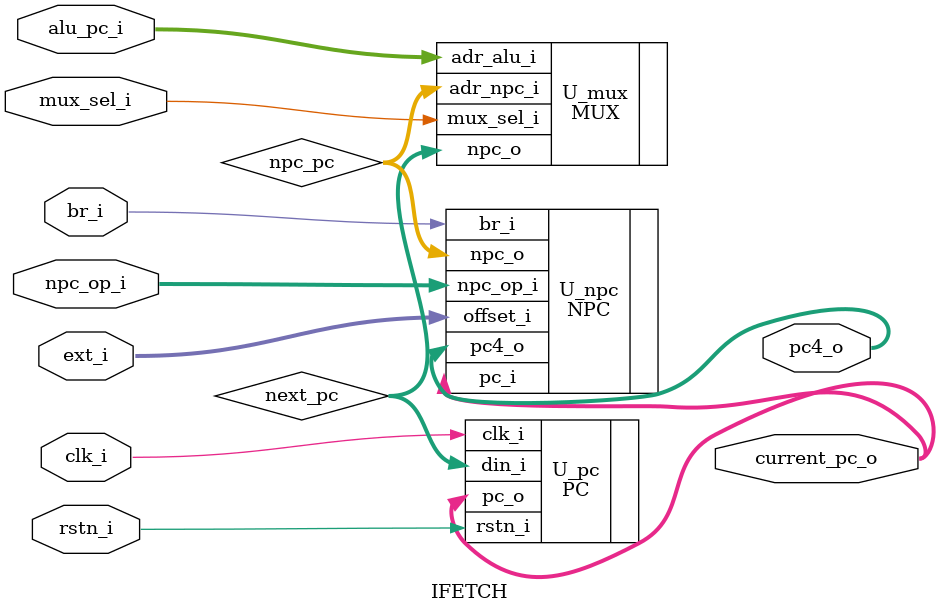
<source format=v>
`timescale 1ns / 1ps
`include "defines.vh"


module IFETCH(
    input  wire         clk_i,
    input  wire         rstn_i,
    input  wire  [1:0]  npc_op_i,
    input  wire      mux_sel_i,
    input  wire      br_i,   //是否分支跳转
    input  wire [31:0]  ext_i,  //立即数输�??
    input  wire [31:0]  alu_pc_i, //jalr计算指令地址
    output wire  [31:0]  pc4_o,   //PC+4指令地址
    output wire  [31:0] current_pc_o
);

wire [31:0] next_pc;     //PC下一条指令地�??
wire [31:0] current_pc;  //PC当前指令地址
wire [31:0] npc_pc;  //NPC计算得指令地�??

PC U_pc(
    .clk_i(clk_i),
    .rstn_i(rstn_i),
    .din_i(next_pc),
    .pc_o(current_pc_o)
);

NPC U_npc(
    .npc_op_i(npc_op_i),
    .pc_i(current_pc_o),
    .br_i(br_i),
    .offset_i(ext_i),
    .npc_o(npc_pc),
    .pc4_o(pc4_o)
);

MUX U_mux(
    .adr_npc_i(npc_pc),
    .adr_alu_i(alu_pc_i),
    .mux_sel_i(mux_sel_i),
    .npc_o(next_pc)
);




endmodule
</source>
